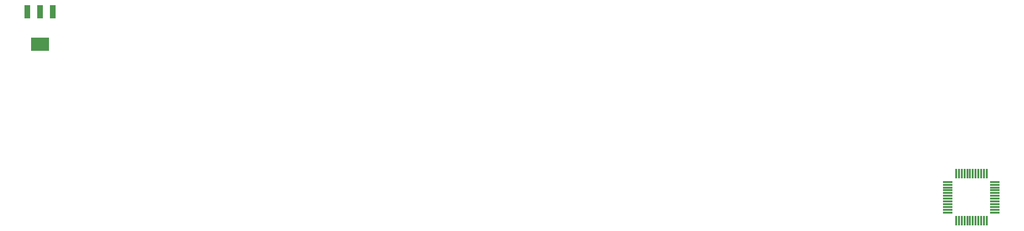
<source format=gtp>
G04*
G04 #@! TF.GenerationSoftware,Altium Limited,Altium Designer,21.3.2 (30)*
G04*
G04 Layer_Color=8421504*
%FSTAX24Y24*%
%MOIN*%
G70*
G04*
G04 #@! TF.SameCoordinates,1CD0A03D-4A64-46C4-810B-20C9608AE917*
G04*
G04*
G04 #@! TF.FilePolarity,Positive*
G04*
G01*
G75*
%ADD20R,0.0118X0.0669*%
%ADD21R,0.0669X0.0118*%
%ADD22R,0.1299X0.0945*%
%ADD23R,0.0394X0.0945*%
D20*
X071717Y025018D02*
D03*
X071914D02*
D03*
X072111D02*
D03*
X072308D02*
D03*
X072505D02*
D03*
X072702D02*
D03*
X072898D02*
D03*
X073095D02*
D03*
X073292D02*
D03*
X073489D02*
D03*
X073686D02*
D03*
X073883D02*
D03*
Y021681D02*
D03*
X073686D02*
D03*
X073489D02*
D03*
X073292D02*
D03*
X073095D02*
D03*
X072898D02*
D03*
X072702D02*
D03*
X072505D02*
D03*
X072308D02*
D03*
X072111D02*
D03*
X071914D02*
D03*
X071717D02*
D03*
D21*
X074468Y024433D02*
D03*
Y024236D02*
D03*
Y024039D02*
D03*
Y023842D02*
D03*
Y023645D02*
D03*
Y023448D02*
D03*
Y023252D02*
D03*
Y023055D02*
D03*
Y022858D02*
D03*
Y022661D02*
D03*
Y022464D02*
D03*
Y022267D02*
D03*
X071132D02*
D03*
Y022464D02*
D03*
Y022661D02*
D03*
Y022858D02*
D03*
Y023055D02*
D03*
Y023252D02*
D03*
Y023448D02*
D03*
Y023645D02*
D03*
Y023842D02*
D03*
Y024039D02*
D03*
Y024236D02*
D03*
Y024433D02*
D03*
D22*
X006881Y034195D02*
D03*
D23*
X005976Y036478D02*
D03*
X006881D02*
D03*
X007787D02*
D03*
M02*

</source>
